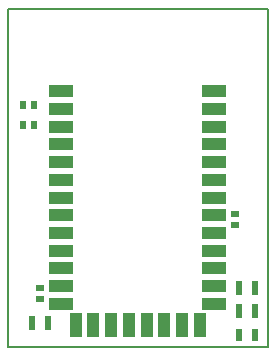
<source format=gtp>
G04*
G04 #@! TF.GenerationSoftware,Altium Limited,Altium Designer,22.5.1 (42)*
G04*
G04 Layer_Color=8421504*
%FSLAX44Y44*%
%MOMM*%
G71*
G04*
G04 #@! TF.SameCoordinates,D327534F-E779-4237-818F-575770AB304D*
G04*
G04*
G04 #@! TF.FilePolarity,Positive*
G04*
G01*
G75*
%ADD10C,0.2000*%
%ADD13R,0.5500X1.2000*%
%ADD14R,2.0000X1.0000*%
%ADD15R,1.0000X2.0000*%
%ADD16R,0.5500X1.0000*%
%ADD17R,0.5000X0.6500*%
%ADD18R,0.6500X0.5000*%
D10*
X-110000Y168250D02*
X110000D01*
Y-118000D02*
Y168250D01*
X-110000Y-118000D02*
X110000D01*
X-110000D02*
Y168250D01*
D13*
X-89500Y-97500D02*
D03*
X-75500D02*
D03*
X85500Y-67500D02*
D03*
X99500D02*
D03*
X85500Y-87500D02*
D03*
X99500D02*
D03*
D14*
X65000Y98750D02*
D03*
Y83750D02*
D03*
X-65000Y98750D02*
D03*
Y83750D02*
D03*
Y68750D02*
D03*
Y53750D02*
D03*
Y38750D02*
D03*
Y23750D02*
D03*
Y8750D02*
D03*
Y-6250D02*
D03*
Y-21250D02*
D03*
Y-36250D02*
D03*
Y-51250D02*
D03*
Y-66250D02*
D03*
Y-81250D02*
D03*
X65000D02*
D03*
Y-66250D02*
D03*
Y-51250D02*
D03*
Y-36250D02*
D03*
Y-21250D02*
D03*
Y-6250D02*
D03*
Y8750D02*
D03*
Y23750D02*
D03*
Y38750D02*
D03*
Y53750D02*
D03*
Y68750D02*
D03*
D15*
X-52500Y-98750D02*
D03*
X-37500D02*
D03*
X-22500D02*
D03*
X-7500D02*
D03*
X7500D02*
D03*
X22500D02*
D03*
X37500D02*
D03*
X52500D02*
D03*
D16*
X85500Y-107500D02*
D03*
X99500D02*
D03*
D17*
X-88000Y87500D02*
D03*
X-97000D02*
D03*
X-88000Y70000D02*
D03*
X-97000D02*
D03*
D18*
X82500Y-5500D02*
D03*
Y-14500D02*
D03*
X-82500Y-77000D02*
D03*
Y-68000D02*
D03*
M02*

</source>
